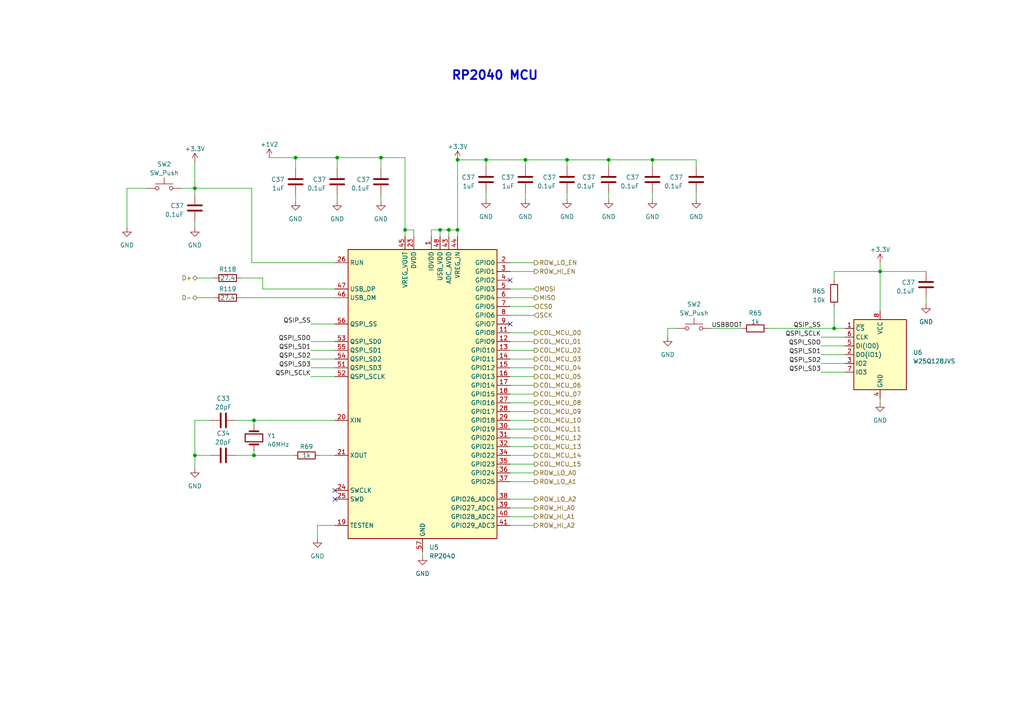
<source format=kicad_sch>
(kicad_sch (version 20230121) (generator eeschema)
  (paper "A4")
  (lib_symbols
    (symbol "Device:C" (pin_numbers hide) (pin_names (offset 0.254))
      (property "Reference" "C" (at 0.635 2.54 0))
      (property "Value" "C" (at 0.635 -2.54 0))
      (symbol "C_0_1"
        (polyline (pts (xy -2.032 -0.762) (xy 2.032 -0.762)) (stroke (width 0.508)))
        (polyline (pts (xy -2.032 0.762) (xy 2.032 0.762)) (stroke (width 0.508)))
      )
      (symbol "C_1_1"
        (pin passive line (at 0 3.81 270) (length 2.794) (name "~") (number "1"))
        (pin passive line (at 0 -3.81 90) (length 2.794) (name "~") (number "2"))
      )
    )
    (symbol "Device:Crystal" (pin_numbers hide) (pin_names (offset 1.016) hide)
      (property "Reference" "Y" (at 0 3.81 0))
      (property "Value" "Crystal" (at 0 -3.81 0))
      (symbol "Crystal_0_1"
        (rectangle (start -1.143 2.54) (end 1.143 -2.54) (stroke (width 0.3048)))
        (polyline (pts (xy -2.54 0) (xy -1.905 0)))
        (polyline (pts (xy -1.905 -1.27) (xy -1.905 1.27)) (stroke (width 0.508)))
        (polyline (pts (xy 1.905 -1.27) (xy 1.905 1.27)) (stroke (width 0.508)))
        (polyline (pts (xy 2.54 0) (xy 1.905 0)))
      )
      (symbol "Crystal_1_1"
        (pin passive line (at -3.81 0 0) (length 1.27) (name "1") (number "1"))
        (pin passive line (at 3.81 0 180) (length 1.27) (name "2") (number "2"))
      )
    )
    (symbol "Device:R" (pin_numbers hide) (pin_names (offset 0))
      (property "Reference" "R" (at 2.032 0 90))
      (property "Value" "R" (at 0 0 90))
      (symbol "R_0_1"
        (rectangle (start -1.016 -2.54) (end 1.016 2.54) (stroke (width 0.254)))
      )
      (symbol "R_1_1"
        (pin passive line (at 0 3.81 270) (length 1.27) (name "~") (number "1"))
        (pin passive line (at 0 -3.81 90) (length 1.27) (name "~") (number "2"))
      )
    )
    (symbol "MCU_RaspberryPi:RP2040"
      (property "Reference" "U" (at 17.78 45.72 0))
      (property "Value" "RP2040" (at 17.78 43.18 0))
      (symbol "RP2040_0_1"
        (rectangle (start -21.59 41.91) (end 21.59 -41.91) (stroke (width 0.254)) (fill (type background)))
      )
      (symbol "RP2040_1_1"
        (pin power_in line (at 2.54 45.72 270) (length 3.81) (name "IOVDD") (number "1"))
        (pin passive line (at 2.54 45.72 270) (length 3.81) hide (name "IOVDD") (number "10"))
        (pin bidirectional line (at 25.4 17.78 180) (length 3.81) (name "GPIO8") (number "11"))
        (pin bidirectional line (at 25.4 15.24 180) (length 3.81) (name "GPIO9") (number "12"))
        (pin bidirectional line (at 25.4 12.7 180) (length 3.81) (name "GPIO10") (number "13"))
        (pin bidirectional line (at 25.4 10.16 180) (length 3.81) (name "GPIO11") (number "14"))
        (pin bidirectional line (at 25.4 7.62 180) (length 3.81) (name "GPIO12") (number "15"))
        (pin bidirectional line (at 25.4 5.08 180) (length 3.81) (name "GPIO13") (number "16"))
        (pin bidirectional line (at 25.4 2.54 180) (length 3.81) (name "GPIO14") (number "17"))
        (pin bidirectional line (at 25.4 0 180) (length 3.81) (name "GPIO15") (number "18"))
        (pin input line (at -25.4 -38.1 0) (length 3.81) (name "TESTEN") (number "19"))
        (pin bidirectional line (at 25.4 38.1 180) (length 3.81) (name "GPIO0") (number "2"))
        (pin input line (at -25.4 -7.62 0) (length 3.81) (name "XIN") (number "20"))
        (pin passive line (at -25.4 -17.78 0) (length 3.81) (name "XOUT") (number "21"))
        (pin passive line (at 2.54 45.72 270) (length 3.81) hide (name "IOVDD") (number "22"))
        (pin power_in line (at -2.54 45.72 270) (length 3.81) (name "DVDD") (number "23"))
        (pin input line (at -25.4 -27.94 0) (length 3.81) (name "SWCLK") (number "24"))
        (pin bidirectional line (at -25.4 -30.48 0) (length 3.81) (name "SWD") (number "25"))
        (pin input line (at -25.4 38.1 0) (length 3.81) (name "RUN") (number "26"))
        (pin bidirectional line (at 25.4 -2.54 180) (length 3.81) (name "GPIO16") (number "27"))
        (pin bidirectional line (at 25.4 -5.08 180) (length 3.81) (name "GPIO17") (number "28"))
        (pin bidirectional line (at 25.4 -7.62 180) (length 3.81) (name "GPIO18") (number "29"))
        (pin bidirectional line (at 25.4 35.56 180) (length 3.81) (name "GPIO1") (number "3"))
        (pin bidirectional line (at 25.4 -10.16 180) (length 3.81) (name "GPIO19") (number "30"))
        (pin bidirectional line (at 25.4 -12.7 180) (length 3.81) (name "GPIO20") (number "31"))
        (pin bidirectional line (at 25.4 -15.24 180) (length 3.81) (name "GPIO21") (number "32"))
        (pin passive line (at 2.54 45.72 270) (length 3.81) hide (name "IOVDD") (number "33"))
        (pin bidirectional line (at 25.4 -17.78 180) (length 3.81) (name "GPIO22") (number "34"))
        (pin bidirectional line (at 25.4 -20.32 180) (length 3.81) (name "GPIO23") (number "35"))
        (pin bidirectional line (at 25.4 -22.86 180) (length 3.81) (name "GPIO24") (number "36"))
        (pin bidirectional line (at 25.4 -25.4 180) (length 3.81) (name "GPIO25") (number "37"))
        (pin bidirectional line (at 25.4 -30.48 180) (length 3.81) (name "GPIO26_ADC0") (number "38"))
        (pin bidirectional line (at 25.4 -33.02 180) (length 3.81) (name "GPIO27_ADC1") (number "39"))
        (pin bidirectional line (at 25.4 33.02 180) (length 3.81) (name "GPIO2") (number "4"))
        (pin bidirectional line (at 25.4 -35.56 180) (length 3.81) (name "GPIO28_ADC2") (number "40"))
        (pin bidirectional line (at 25.4 -38.1 180) (length 3.81) (name "GPIO29_ADC3") (number "41"))
        (pin passive line (at 2.54 45.72 270) (length 3.81) hide (name "IOVDD") (number "42"))
        (pin power_in line (at 7.62 45.72 270) (length 3.81) (name "ADC_AVDD") (number "43"))
        (pin power_in line (at 10.16 45.72 270) (length 3.81) (name "VREG_IN") (number "44"))
        (pin power_out line (at -5.08 45.72 270) (length 3.81) (name "VREG_VOUT") (number "45"))
        (pin bidirectional line (at -25.4 27.94 0) (length 3.81) (name "USB_DM") (number "46"))
        (pin bidirectional line (at -25.4 30.48 0) (length 3.81) (name "USB_DP") (number "47"))
        (pin power_in line (at 5.08 45.72 270) (length 3.81) (name "USB_VDD") (number "48"))
        (pin passive line (at 2.54 45.72 270) (length 3.81) hide (name "IOVDD") (number "49"))
        (pin bidirectional line (at 25.4 30.48 180) (length 3.81) (name "GPIO3") (number "5"))
        (pin passive line (at -2.54 45.72 270) (length 3.81) hide (name "DVDD") (number "50"))
        (pin bidirectional line (at -25.4 7.62 0) (length 3.81) (name "QSPI_SD3") (number "51"))
        (pin output line (at -25.4 5.08 0) (length 3.81) (name "QSPI_SCLK") (number "52"))
        (pin bidirectional line (at -25.4 15.24 0) (length 3.81) (name "QSPI_SD0") (number "53"))
        (pin bidirectional line (at -25.4 10.16 0) (length 3.81) (name "QSPI_SD2") (number "54"))
        (pin bidirectional line (at -25.4 12.7 0) (length 3.81) (name "QSPI_SD1") (number "55"))
        (pin bidirectional line (at -25.4 20.32 0) (length 3.81) (name "QSPI_SS") (number "56"))
        (pin power_in line (at 0 -45.72 90) (length 3.81) (name "GND") (number "57"))
        (pin bidirectional line (at 25.4 27.94 180) (length 3.81) (name "GPIO4") (number "6"))
        (pin bidirectional line (at 25.4 25.4 180) (length 3.81) (name "GPIO5") (number "7"))
        (pin bidirectional line (at 25.4 22.86 180) (length 3.81) (name "GPIO6") (number "8"))
        (pin bidirectional line (at 25.4 20.32 180) (length 3.81) (name "GPIO7") (number "9"))
      )
    )
    (symbol "Memory_Flash:W25Q128JVS"
      (property "Reference" "U" (at -8.89 8.89 0))
      (property "Value" "W25Q128JVS" (at 7.62 8.89 0))
      (symbol "W25Q128JVS_0_1"
        (rectangle (start -7.62 10.16) (end 7.62 -10.16) (stroke (width 0.254)) (fill (type background)))
      )
      (symbol "W25Q128JVS_1_1"
        (pin input line (at -10.16 7.62 0) (length 2.54) (name "~{CS}") (number "1"))
        (pin bidirectional line (at -10.16 0 0) (length 2.54) (name "DO(IO1)") (number "2"))
        (pin bidirectional line (at -10.16 -2.54 0) (length 2.54) (name "IO2") (number "3"))
        (pin power_in line (at 0 -12.7 90) (length 2.54) (name "GND") (number "4"))
        (pin bidirectional line (at -10.16 2.54 0) (length 2.54) (name "DI(IO0)") (number "5"))
        (pin input line (at -10.16 5.08 0) (length 2.54) (name "CLK") (number "6"))
        (pin bidirectional line (at -10.16 -5.08 0) (length 2.54) (name "IO3") (number "7"))
        (pin power_in line (at 0 12.7 270) (length 2.54) (name "VCC") (number "8"))
      )
    )
    (symbol "Switch:SW_Push" (pin_numbers hide) (pin_names (offset 1.016) hide)
      (property "Reference" "SW" (at 1.27 2.54 0))
      (property "Value" "SW_Push" (at 0 -1.524 0))
      (symbol "SW_Push_0_1"
        (circle (center -2.032 0) (radius 0.508))
        (polyline (pts (xy 0 1.27) (xy 0 3.048)))
        (polyline (pts (xy 2.54 1.27) (xy -2.54 1.27)))
        (circle (center 2.032 0) (radius 0.508))
        (pin passive line (at -5.08 0 0) (length 2.54) (name "1") (number "1"))
        (pin passive line (at 5.08 0 180) (length 2.54) (name "2") (number "2"))
      )
    )
    (symbol "power:+1V2" (power) (pin_names (offset 0))
      (property "Value" "+1V2" (at 0 3.556 0))
      (symbol "+1V2_0_1"
        (polyline (pts (xy -0.762 1.27) (xy 0 2.54)))
        (polyline (pts (xy 0 0) (xy 0 2.54)))
        (polyline (pts (xy 0 2.54) (xy 0.762 1.27)))
      )
      (symbol "+1V2_1_1"
        (pin power_in line (at 0 0 90) (length 0) hide (name "+1V2") (number "1"))
      )
    )
    (symbol "power:+3.3V" (power) (pin_names (offset 0))
      (property "Value" "+3.3V" (at 0 3.556 0))
      (symbol "+3.3V_0_1"
        (polyline (pts (xy -0.762 1.27) (xy 0 2.54)))
        (polyline (pts (xy 0 0) (xy 0 2.54)))
        (polyline (pts (xy 0 2.54) (xy 0.762 1.27)))
      )
      (symbol "+3.3V_1_1"
        (pin power_in line (at 0 0 90) (length 0) hide (name "+3.3V") (number "1"))
      )
    )
    (symbol "power:GND" (power) (pin_names (offset 0))
      (property "Value" "GND" (at 0 -3.81 0))
      (symbol "GND_0_1"
        (polyline (pts (xy 0 0) (xy 0 -1.27) (xy 1.27 -1.27) (xy 0 -2.54) (xy -1.27 -1.27) (xy 0 -1.27)))
      )
      (symbol "GND_1_1"
        (pin power_in line (at 0 0 270) (length 0) hide (name "GND") (number "1"))
      )
    )
  )
  (junction (at 110.49 45.72))
  (junction (at 132.715 46.355))
  (junction (at 140.97 46.355))
  (junction (at 152.4 46.355))
  (junction (at 255.27 78.74))
  (junction (at 73.66 132.08))
  (junction (at 164.465 46.355))
  (junction (at 85.725 45.72))
  (junction (at 56.515 132.08))
  (junction (at 189.23 46.355))
  (junction (at 73.66 121.92))
  (junction (at 132.715 66.675))
  (junction (at 97.79 45.72))
  (junction (at 176.53 46.355))
  (junction (at 241.935 95.25))
  (junction (at 56.515 54.61))
  (junction (at 130.175 66.675))
  (junction (at 117.475 66.675))
  (junction (at 127.635 66.675))
  (no_connect (at 97.155 144.78))
  (no_connect (at 147.955 81.28))
  (no_connect (at 147.955 93.98))
  (no_connect (at 97.155 142.24))
  (wire (pts (xy 140.97 46.355) (xy 152.4 46.355)))
  (wire (pts (xy 164.465 46.355) (xy 164.465 48.26)))
  (wire (pts (xy 73.66 132.08) (xy 73.66 130.81)))
  (wire (pts (xy 132.715 66.675) (xy 130.175 66.675)))
  (wire (pts (xy 147.955 91.44) (xy 154.94 91.44)))
  (wire (pts (xy 92.075 152.4) (xy 92.075 156.21)))
  (wire (pts (xy 189.23 46.355) (xy 189.23 48.26)))
  (wire (pts (xy 255.27 78.74) (xy 255.27 90.17)))
  (wire (pts (xy 147.955 86.36) (xy 154.94 86.36)))
  (wire (pts (xy 201.93 55.88) (xy 201.93 57.785)))
  (wire (pts (xy 176.53 46.355) (xy 176.53 48.26)))
  (wire (pts (xy 56.515 46.99) (xy 56.515 54.61)))
  (wire (pts (xy 56.515 121.92) (xy 56.515 132.08)))
  (wire (pts (xy 238.125 102.87) (xy 245.11 102.87)))
  (wire (pts (xy 147.955 109.22) (xy 154.94 109.22)))
  (wire (pts (xy 97.79 56.515) (xy 97.79 58.42)))
  (wire (pts (xy 147.955 83.82) (xy 154.94 83.82)))
  (wire (pts (xy 76.2 83.82) (xy 97.155 83.82)))
  (wire (pts (xy 147.955 134.62) (xy 154.94 134.62)))
  (wire (pts (xy 90.17 109.22) (xy 97.155 109.22)))
  (wire (pts (xy 132.715 46.355) (xy 132.715 66.675)))
  (wire (pts (xy 255.27 76.2) (xy 255.27 78.74)))
  (wire (pts (xy 164.465 55.88) (xy 164.465 57.785)))
  (wire (pts (xy 56.515 54.61) (xy 73.025 54.61)))
  (wire (pts (xy 68.58 121.92) (xy 73.66 121.92)))
  (wire (pts (xy 52.705 54.61) (xy 56.515 54.61)))
  (wire (pts (xy 56.515 54.61) (xy 56.515 56.515)))
  (wire (pts (xy 241.935 88.9) (xy 241.935 95.25)))
  (wire (pts (xy 110.49 48.895) (xy 110.49 45.72)))
  (wire (pts (xy 122.555 160.02) (xy 122.555 161.29)))
  (wire (pts (xy 56.515 132.08) (xy 56.515 135.89)))
  (wire (pts (xy 120.015 66.675) (xy 117.475 66.675)))
  (wire (pts (xy 56.515 64.135) (xy 56.515 66.04)))
  (wire (pts (xy 147.955 111.76) (xy 154.94 111.76)))
  (wire (pts (xy 76.2 80.645) (xy 69.85 80.645)))
  (wire (pts (xy 132.715 46.355) (xy 140.97 46.355)))
  (wire (pts (xy 268.605 86.36) (xy 268.605 88.265)))
  (wire (pts (xy 85.725 45.72) (xy 85.725 48.895)))
  (wire (pts (xy 255.27 115.57) (xy 255.27 116.84)))
  (wire (pts (xy 90.17 99.06) (xy 97.155 99.06)))
  (wire (pts (xy 147.955 152.4) (xy 154.94 152.4)))
  (wire (pts (xy 147.955 139.7) (xy 154.94 139.7)))
  (wire (pts (xy 189.23 46.355) (xy 201.93 46.355)))
  (wire (pts (xy 241.935 95.25) (xy 245.11 95.25)))
  (wire (pts (xy 85.725 56.515) (xy 85.725 58.42)))
  (wire (pts (xy 90.17 106.68) (xy 97.155 106.68)))
  (wire (pts (xy 176.53 46.355) (xy 189.23 46.355)))
  (wire (pts (xy 147.955 144.78) (xy 154.94 144.78)))
  (wire (pts (xy 152.4 46.355) (xy 164.465 46.355)))
  (wire (pts (xy 85.09 132.08) (xy 73.66 132.08)))
  (wire (pts (xy 125.095 68.58) (xy 125.095 66.675)))
  (wire (pts (xy 147.955 99.06) (xy 154.94 99.06)))
  (wire (pts (xy 147.955 114.3) (xy 154.94 114.3)))
  (wire (pts (xy 147.955 78.74) (xy 154.94 78.74)))
  (wire (pts (xy 147.955 101.6) (xy 154.94 101.6)))
  (wire (pts (xy 68.58 132.08) (xy 73.66 132.08)))
  (wire (pts (xy 147.955 119.38) (xy 154.94 119.38)))
  (wire (pts (xy 147.955 129.54) (xy 154.94 129.54)))
  (wire (pts (xy 76.2 80.645) (xy 76.2 83.82)))
  (wire (pts (xy 147.955 137.16) (xy 154.94 137.16)))
  (wire (pts (xy 78.105 45.72) (xy 85.725 45.72)))
  (wire (pts (xy 57.15 80.645) (xy 62.23 80.645)))
  (wire (pts (xy 97.155 152.4) (xy 92.075 152.4)))
  (wire (pts (xy 147.955 149.86) (xy 154.94 149.86)))
  (wire (pts (xy 196.215 95.25) (xy 193.675 95.25)))
  (wire (pts (xy 238.125 100.33) (xy 245.11 100.33)))
  (wire (pts (xy 97.79 45.72) (xy 110.49 45.72)))
  (wire (pts (xy 152.4 55.88) (xy 152.4 57.785)))
  (wire (pts (xy 140.97 46.355) (xy 140.97 48.26)))
  (wire (pts (xy 90.17 101.6) (xy 97.155 101.6)))
  (wire (pts (xy 97.79 45.72) (xy 97.79 48.895)))
  (wire (pts (xy 73.66 123.19) (xy 73.66 121.92)))
  (wire (pts (xy 147.955 76.2) (xy 154.94 76.2)))
  (wire (pts (xy 238.125 105.41) (xy 245.11 105.41)))
  (wire (pts (xy 56.515 132.08) (xy 60.96 132.08)))
  (wire (pts (xy 147.955 116.84) (xy 154.94 116.84)))
  (wire (pts (xy 147.955 127) (xy 154.94 127)))
  (wire (pts (xy 193.675 95.25) (xy 193.675 97.79)))
  (wire (pts (xy 241.935 81.28) (xy 241.935 78.74)))
  (wire (pts (xy 73.025 76.2) (xy 97.155 76.2)))
  (wire (pts (xy 189.23 55.88) (xy 189.23 57.785)))
  (wire (pts (xy 140.97 55.88) (xy 140.97 57.785)))
  (wire (pts (xy 57.15 86.36) (xy 62.23 86.36)))
  (wire (pts (xy 147.955 88.9) (xy 154.94 88.9)))
  (wire (pts (xy 92.71 132.08) (xy 97.155 132.08)))
  (wire (pts (xy 206.375 95.25) (xy 215.265 95.25)))
  (wire (pts (xy 164.465 46.355) (xy 176.53 46.355)))
  (wire (pts (xy 238.125 107.95) (xy 245.11 107.95)))
  (wire (pts (xy 222.885 95.25) (xy 241.935 95.25)))
  (wire (pts (xy 130.175 66.675) (xy 130.175 68.58)))
  (wire (pts (xy 36.83 54.61) (xy 36.83 66.04)))
  (wire (pts (xy 176.53 55.88) (xy 176.53 57.785)))
  (wire (pts (xy 147.955 121.92) (xy 154.94 121.92)))
  (wire (pts (xy 130.175 66.675) (xy 127.635 66.675)))
  (wire (pts (xy 90.17 104.14) (xy 97.155 104.14)))
  (wire (pts (xy 117.475 66.675) (xy 117.475 68.58)))
  (wire (pts (xy 147.955 124.46) (xy 154.94 124.46)))
  (wire (pts (xy 120.015 68.58) (xy 120.015 66.675)))
  (wire (pts (xy 117.475 45.72) (xy 117.475 66.675)))
  (wire (pts (xy 147.955 147.32) (xy 154.94 147.32)))
  (wire (pts (xy 85.725 45.72) (xy 97.79 45.72)))
  (wire (pts (xy 73.66 121.92) (xy 97.155 121.92)))
  (wire (pts (xy 110.49 45.72) (xy 117.475 45.72)))
  (wire (pts (xy 127.635 66.675) (xy 127.635 68.58)))
  (wire (pts (xy 73.025 54.61) (xy 73.025 76.2)))
  (wire (pts (xy 125.095 66.675) (xy 127.635 66.675)))
  (wire (pts (xy 238.125 97.79) (xy 245.11 97.79)))
  (wire (pts (xy 132.715 68.58) (xy 132.715 66.675)))
  (wire (pts (xy 110.49 56.515) (xy 110.49 58.42)))
  (wire (pts (xy 147.955 96.52) (xy 154.94 96.52)))
  (wire (pts (xy 42.545 54.61) (xy 36.83 54.61)))
  (wire (pts (xy 90.17 93.98) (xy 97.155 93.98)))
  (wire (pts (xy 152.4 46.355) (xy 152.4 48.26)))
  (wire (pts (xy 241.935 78.74) (xy 255.27 78.74)))
  (wire (pts (xy 147.955 132.08) (xy 154.94 132.08)))
  (wire (pts (xy 69.85 86.36) (xy 97.155 86.36)))
  (wire (pts (xy 255.27 78.74) (xy 268.605 78.74)))
  (wire (pts (xy 201.93 46.355) (xy 201.93 48.26)))
  (wire (pts (xy 60.96 121.92) (xy 56.515 121.92)))
  (wire (pts (xy 147.955 106.68) (xy 154.94 106.68)))
  (wire (pts (xy 147.955 104.14) (xy 154.94 104.14)))
  (text "RP2040 MCU" (at 130.81 23.495 0) (effects (font (size 2.54 2.54) (thickness 0.508) bold) (justify left bottom)))
  (label "QSPI_SD2" (at 90.17 104.14 180))
  (label "QSPI_SD1" (at 90.17 101.6 180))
  (label "QSPI_SD1" (at 238.125 102.87 180))
  (label "QSPI_SD3" (at 238.125 107.95 180))
  (label "QSPI_SD2" (at 238.125 105.41 180))
  (label "QSPI_SCLK" (at 90.17 109.22 180))
  (label "QSPI_SDO" (at 238.125 100.33 180))
  (label "QSIP_SS" (at 90.17 93.98 180))
  (label "QSPI_SCLK" (at 238.125 97.79 180))
  (label "QSPI_SD3" (at 90.17 106.68 180))
  (label "USBBOOT" (at 206.375 95.25 0))
  (label "QSPI_SDO" (at 90.17 99.06 180))
  (label "QSIP_SS" (at 238.125 95.25 180))
  (hierarchical_label "COL_MCU_05" (shape output) (at 154.94 109.22 0))
  (hierarchical_label "ROW_LO_EN" (shape output) (at 154.94 76.2 0))
  (hierarchical_label "CS0" (shape input) (at 154.94 88.9 0))
  (hierarchical_label "MOSI" (shape input) (at 154.94 83.82 0))
  (hierarchical_label "COL_MCU_01" (shape output) (at 154.94 99.06 0))
  (hierarchical_label "COL_MCU_07" (shape output) (at 154.94 114.3 0))
  (hierarchical_label "COL_MCU_04" (shape output) (at 154.94 106.68 0))
  (hierarchical_label "MISO" (shape output) (at 154.94 86.36 0))
  (hierarchical_label "COL_MCU_12" (shape output) (at 154.94 127 0))
  (hierarchical_label "ROW_LO_A2" (shape output) (at 154.94 144.78 0))
  (hierarchical_label "COL_MCU_11" (shape output) (at 154.94 124.46 0))
  (hierarchical_label "ROW_LO_A1" (shape output) (at 154.94 139.7 0))
  (hierarchical_label "COL_MCU_15" (shape output) (at 154.94 134.62 0))
  (hierarchical_label "SCK" (shape input) (at 154.94 91.44 0))
  (hierarchical_label "ROW_HI_EN" (shape output) (at 154.94 78.74 0))
  (hierarchical_label "COL_MCU_13" (shape output) (at 154.94 129.54 0))
  (hierarchical_label "COL_MCU_09" (shape output) (at 154.94 119.38 0))
  (hierarchical_label "COL_MCU_00" (shape output) (at 154.94 96.52 0))
  (hierarchical_label "COL_MCU_10" (shape output) (at 154.94 121.92 0))
  (hierarchical_label "COL_MCU_03" (shape output) (at 154.94 104.14 0))
  (hierarchical_label "COL_MCU_06" (shape output) (at 154.94 111.76 0))
  (hierarchical_label "ROW_HI_A0" (shape output) (at 154.94 147.32 0))
  (hierarchical_label "COL_MCU_08" (shape output) (at 154.94 116.84 0))
  (hierarchical_label "ROW_HI_A2" (shape output) (at 154.94 152.4 0))
  (hierarchical_label "D-" (shape bidirectional) (at 57.15 86.36 180))
  (hierarchical_label "COL_MCU_02" (shape output) (at 154.94 101.6 0))
  (hierarchical_label "ROW_HI_A1" (shape output) (at 154.94 149.86 0))
  (hierarchical_label "D+" (shape bidirectional) (at 57.15 80.645 180))
  (hierarchical_label "COL_MCU_14" (shape output) (at 154.94 132.08 0))
  (hierarchical_label "ROW_LO_A0" (shape output) (at 154.94 137.16 0))
  (symbol (lib_id "power:GND") (at 56.515 135.89 0) (unit 1)
    (property "Reference" "#PWR050" (effects hide))
    (property "Value" "GND" (at 56.515 140.97 0))
    (instances (project "panel" (path "" (reference "#PWR050") (unit 1)) (path "" (reference "#PWR0108") (unit 1))))
  )
  (symbol (lib_id "Device:C") (at 189.23 52.07 0) (mirror x) (unit 1)
    (property "Reference" "C37" (at 185.42 51.435 0) (effects (justify right)))
    (property "Value" "0.1uF" (at 185.42 53.975 0) (effects (justify right)))
    (property "Footprint" "panel_custom:C_0201_0603Metric" (effects hide))
    (instances (project "panel" (path "" (reference "C37") (unit 1)) (path "" (reference "C12") (unit 1))))
  )
  (symbol (lib_id "Device:C") (at 110.49 52.705 0) (mirror x) (unit 1)
    (property "Reference" "C37" (at 107.315 52.07 0) (effects (justify right)))
    (property "Value" "0.1uF" (at 107.315 54.61 0) (effects (justify right)))
    (property "Footprint" "panel_custom:C_0201_0603Metric" (effects hide))
    (instances (project "panel" (path "" (reference "C37") (unit 1)) (path "" (reference "C7") (unit 1))))
  )
  (symbol (lib_id "Switch:SW_Push") (at 201.295 95.25 0) (mirror y) (unit 1)
    (property "Reference" "SW2" (at 201.295 88.265 0))
    (property "Value" "SW_Push" (at 201.295 90.805 0))
    (instances (project "panel" (path "" (reference "SW2") (unit 1)) (path "" (reference "SW4") (unit 1))))
  )
  (symbol (lib_id "power:GND") (at 268.605 88.265 0) (mirror y) (unit 1)
    (property "Reference" "#PWR054" (effects hide))
    (property "Value" "GND" (at 268.605 93.345 0))
    (instances (project "panel" (path "" (reference "#PWR054") (unit 1)) (path "" (reference "#PWR0117") (unit 1))))
  )
  (symbol (lib_id "Device:Crystal") (at 73.66 127 90) (unit 1)
    (property "Reference" "Y1" (at 77.47 126.365 90) (effects (justify right)))
    (property "Value" "40MHz" (at 77.47 128.905 90) (effects (justify right)))
    (instances (project "panel" (path "" (reference "Y1") (unit 1)) (path "" (reference "Y2") (unit 1))))
  )
  (symbol (lib_id "power:GND") (at 36.83 66.04 0) (unit 1)
    (property "Reference" "#PWR073" (effects hide))
    (property "Value" "GND" (at 36.83 71.12 0))
    (instances (project "panel" (path "" (reference "#PWR073") (unit 1)) (path "" (reference "#PWR0110") (unit 1))))
  )
  (symbol (lib_id "power:+3.3V") (at 56.515 46.99 0) (mirror y) (unit 1)
    (property "Reference" "#PWR071" (effects hide))
    (property "Value" "+3.3V" (at 56.515 43.18 0))
    (instances (project "panel" (path "" (reference "#PWR071") (unit 1)) (path "" (reference "#PWR0111") (unit 1))))
  )
  (symbol (lib_id "power:GND") (at 255.27 116.84 0) (mirror y) (unit 1)
    (property "Reference" "#PWR054" (effects hide))
    (property "Value" "GND" (at 255.27 121.92 0))
    (instances (project "panel" (path "" (reference "#PWR054") (unit 1)) (path "" (reference "#PWR0115") (unit 1))))
  )
  (symbol (lib_id "power:GND") (at 110.49 58.42 0) (unit 1)
    (property "Reference" "#PWR073" (effects hide))
    (property "Value" "GND" (at 110.49 63.5 0))
    (instances (project "panel" (path "" (reference "#PWR073") (unit 1)) (path "" (reference "#PWR0121") (unit 1))))
  )
  (symbol (lib_id "Device:C") (at 176.53 52.07 0) (mirror x) (unit 1)
    (property "Reference" "C37" (at 172.72 51.435 0) (effects (justify right)))
    (property "Value" "0.1uF" (at 172.72 53.975 0) (effects (justify right)))
    (property "Footprint" "panel_custom:C_0201_0603Metric" (effects hide))
    (instances (project "panel" (path "" (reference "C37") (unit 1)) (path "" (reference "C11") (unit 1))))
  )
  (symbol (lib_id "Device:C") (at 140.97 52.07 0) (mirror x) (unit 1)
    (property "Reference" "C37" (at 137.795 51.435 0) (effects (justify right)))
    (property "Value" "1uF" (at 137.795 53.975 0) (effects (justify right)))
    (property "Footprint" "panel_custom:C_0201_0603Metric" (effects hide))
    (instances (project "panel" (path "" (reference "C37") (unit 1)) (path "" (reference "C8") (unit 1))))
  )
  (symbol (lib_id "Device:R") (at 66.04 86.36 90) (unit 1)
    (property "Reference" "R119" (at 66.04 83.82 90))
    (property "Value" "27.4" (at 66.04 86.36 90))
  )
  (symbol (lib_id "power:GND") (at 85.725 58.42 0) (unit 1)
    (property "Reference" "#PWR073" (effects hide))
    (property "Value" "GND" (at 85.725 63.5 0))
    (instances (project "panel" (path "" (reference "#PWR073") (unit 1)) (path "" (reference "#PWR0119") (unit 1))))
  )
  (symbol (lib_id "Switch:SW_Push") (at 47.625 54.61 0) (mirror y) (unit 1)
    (property "Reference" "SW2" (at 47.625 47.625 0))
    (property "Value" "SW_Push" (at 47.625 50.165 0))
    (instances (project "panel" (path "" (reference "SW2") (unit 1)) (path "" (reference "SW3") (unit 1))))
  )
  (symbol (lib_id "power:GND") (at 140.97 57.785 0) (unit 1)
    (property "Reference" "#PWR073" (effects hide))
    (property "Value" "GND" (at 140.97 62.865 0))
    (instances (project "panel" (path "" (reference "#PWR073") (unit 1)) (path "" (reference "#PWR0122") (unit 1))))
  )
  (symbol (lib_id "power:GND") (at 164.465 57.785 0) (unit 1)
    (property "Reference" "#PWR073" (effects hide))
    (property "Value" "GND" (at 164.465 62.865 0))
    (instances (project "panel" (path "" (reference "#PWR073") (unit 1)) (path "" (reference "#PWR0124") (unit 1))))
  )
  (symbol (lib_id "power:+3.3V") (at 255.27 76.2 0) (mirror y) (unit 1)
    (property "Reference" "#PWR071" (effects hide))
    (property "Value" "+3.3V" (at 255.27 72.39 0))
    (instances (project "panel" (path "" (reference "#PWR071") (unit 1)) (path "" (reference "#PWR0116") (unit 1))))
  )
  (symbol (lib_id "Device:R") (at 88.9 132.08 90) (mirror x) (unit 1)
    (property "Reference" "R69" (at 88.9 129.54 90))
    (property "Value" "1k" (at 88.9 132.08 90))
    (instances (project "panel" (path "" (reference "R69") (unit 1)) (path "" (reference "R120") (unit 1))))
  )
  (symbol (lib_id "Device:C") (at 85.725 52.705 0) (mirror x) (unit 1)
    (property "Reference" "C37" (at 82.55 52.07 0) (effects (justify right)))
    (property "Value" "1uF" (at 82.55 54.61 0) (effects (justify right)))
    (property "Footprint" "panel_custom:C_0201_0603Metric" (effects hide))
    (instances (project "panel" (path "" (reference "C37") (unit 1)) (path "" (reference "C5") (unit 1))))
  )
  (symbol (lib_id "Device:R") (at 219.075 95.25 90) (mirror x) (unit 1)
    (property "Reference" "R65" (at 219.075 90.805 90))
    (property "Value" "1k" (at 219.075 93.345 90))
    (instances (project "panel" (path "" (reference "R65") (unit 1)) (path "" (reference "R122") (unit 1))))
  )
  (symbol (lib_id "power:GND") (at 193.675 97.79 0) (mirror y) (unit 1)
    (property "Reference" "#PWR054" (effects hide))
    (property "Value" "GND" (at 193.675 102.87 0))
    (instances (project "panel" (path "" (reference "#PWR054") (unit 1)) (path "" (reference "#PWR0118") (unit 1))))
  )
  (symbol (lib_id "power:GND") (at 176.53 57.785 0) (unit 1)
    (property "Reference" "#PWR073" (effects hide))
    (property "Value" "GND" (at 176.53 62.865 0))
    (instances (project "panel" (path "" (reference "#PWR073") (unit 1)) (path "" (reference "#PWR0125") (unit 1))))
  )
  (symbol (lib_id "power:+3.3V") (at 132.715 46.355 0) (mirror y) (unit 1)
    (property "Reference" "#PWR071" (effects hide))
    (property "Value" "+3.3V" (at 132.715 42.545 0))
    (instances (project "panel" (path "" (reference "#PWR071") (unit 1)) (path "" (reference "#PWR0113") (unit 1))))
  )
  (symbol (lib_id "power:GND") (at 201.93 57.785 0) (unit 1)
    (property "Reference" "#PWR073" (effects hide))
    (property "Value" "GND" (at 201.93 62.865 0))
    (instances (project "panel" (path "" (reference "#PWR073") (unit 1)) (path "" (reference "#PWR0127") (unit 1))))
  )
  (symbol (lib_id "power:GND") (at 56.515 66.04 0) (unit 1)
    (property "Reference" "#PWR073" (effects hide))
    (property "Value" "GND" (at 56.515 71.12 0))
    (instances (project "panel" (path "" (reference "#PWR073") (unit 1)) (path "" (reference "#PWR0112") (unit 1))))
  )
  (symbol (lib_id "Device:C") (at 152.4 52.07 0) (mirror x) (unit 1)
    (property "Reference" "C37" (at 149.225 51.435 0) (effects (justify right)))
    (property "Value" "1uF" (at 149.225 53.975 0) (effects (justify right)))
    (property "Footprint" "panel_custom:C_0201_0603Metric" (effects hide))
    (instances (project "panel" (path "" (reference "C37") (unit 1)) (path "" (reference "C9") (unit 1))))
  )
  (symbol (lib_id "Device:R") (at 241.935 85.09 0) (mirror y) (unit 1)
    (property "Reference" "R65" (at 239.395 84.455 0) (effects (justify left)))
    (property "Value" "10k" (at 239.395 86.995 0) (effects (justify left)))
    (instances (project "panel" (path "" (reference "R65") (unit 1)) (path "" (reference "R121") (unit 1))))
  )
  (symbol (lib_id "power:GND") (at 152.4 57.785 0) (unit 1)
    (property "Reference" "#PWR073" (effects hide))
    (property "Value" "GND" (at 152.4 62.865 0))
    (instances (project "panel" (path "" (reference "#PWR073") (unit 1)) (path "" (reference "#PWR0123") (unit 1))))
  )
  (symbol (lib_id "power:GND") (at 92.075 156.21 0) (mirror y) (unit 1)
    (property "Reference" "#PWR054" (effects hide))
    (property "Value" "GND" (at 92.075 161.29 0))
    (instances (project "panel" (path "" (reference "#PWR054") (unit 1)) (path "" (reference "#PWR0109") (unit 1))))
  )
  (symbol (lib_id "power:GND") (at 189.23 57.785 0) (unit 1)
    (property "Reference" "#PWR073" (effects hide))
    (property "Value" "GND" (at 189.23 62.865 0))
    (instances (project "panel" (path "" (reference "#PWR073") (unit 1)) (path "" (reference "#PWR0126") (unit 1))))
  )
  (symbol (lib_id "Device:C") (at 97.79 52.705 0) (mirror x) (unit 1)
    (property "Reference" "C37" (at 94.615 52.07 0) (effects (justify right)))
    (property "Value" "0.1uF" (at 94.615 54.61 0) (effects (justify right)))
    (property "Footprint" "panel_custom:C_0201_0603Metric" (effects hide))
    (instances (project "panel" (path "" (reference "C37") (unit 1)) (path "" (reference "C6") (unit 1))))
  )
  (symbol (lib_id "power:GND") (at 122.555 161.29 0) (mirror y) (unit 1)
    (property "Reference" "#PWR054" (effects hide))
    (property "Value" "GND" (at 122.555 166.37 0))
    (instances (project "panel" (path "" (reference "#PWR054") (unit 1)) (path "" (reference "#PWR0107") (unit 1))))
  )
  (symbol (lib_id "MCU_RaspberryPi:RP2040") (at 122.555 114.3 0) (unit 1)
    (property "Reference" "U5" (at 124.5109 158.75 0) (effects (justify left)))
    (property "Value" "RP2040" (at 124.5109 161.29 0) (effects (justify left)))
    (property "Footprint" "Package_DFN_QFN:QFN-56-1EP_7x7mm_P0.4mm_EP3.2x3.2mm" (effects hide))
    (property "Datasheet" "https://datasheets.raspberrypi.com/rp2040/rp2040-datasheet.pdf" (effects hide))
  )
  (symbol (lib_id "Device:C") (at 201.93 52.07 0) (mirror x) (unit 1)
    (property "Reference" "C37" (at 198.12 51.435 0) (effects (justify right)))
    (property "Value" "0.1uF" (at 198.12 53.975 0) (effects (justify right)))
    (property "Footprint" "panel_custom:C_0201_0603Metric" (effects hide))
    (instances (project "panel" (path "" (reference "C37") (unit 1)) (path "" (reference "C13") (unit 1))))
  )
  (symbol (lib_id "power:+1V2") (at 78.105 45.72 0) (unit 1)
    (property "Reference" "#PWR0114" (effects hide))
    (property "Value" "+1V2" (at 78.105 41.91 0))
  )
  (symbol (lib_id "Device:C") (at 164.465 52.07 0) (mirror x) (unit 1)
    (property "Reference" "C37" (at 161.29 51.435 0) (effects (justify right)))
    (property "Value" "0.1uF" (at 161.29 53.975 0) (effects (justify right)))
    (property "Footprint" "panel_custom:C_0201_0603Metric" (effects hide))
    (instances (project "panel" (path "" (reference "C37") (unit 1)) (path "" (reference "C10") (unit 1))))
  )
  (symbol (lib_id "Device:C") (at 64.77 121.92 270) (unit 1)
    (property "Reference" "C33" (at 64.77 115.57 90))
    (property "Value" "20pF" (at 64.77 118.11 90))
    (property "Footprint" "panel_custom:C_0201_0603Metric" (effects hide))
    (instances (project "panel" (path "" (reference "C33") (unit 1)) (path "" (reference "C1") (unit 1))))
  )
  (symbol (lib_id "Device:R") (at 66.04 80.645 90) (unit 1)
    (property "Reference" "R118" (at 66.04 78.105 90))
    (property "Value" "27.4" (at 66.04 80.645 90))
  )
  (symbol (lib_id "Device:C") (at 64.77 132.08 270) (unit 1)
    (property "Reference" "C34" (at 64.77 125.73 90))
    (property "Value" "20pF" (at 64.77 128.27 90))
    (property "Footprint" "panel_custom:C_0201_0603Metric" (effects hide))
    (instances (project "panel" (path "" (reference "C34") (unit 1)) (path "" (reference "C2") (unit 1))))
  )
  (symbol (lib_id "Device:C") (at 268.605 82.55 0) (mirror x) (unit 1)
    (property "Reference" "C37" (at 265.43 81.915 0) (effects (justify right)))
    (property "Value" "0.1uF" (at 265.43 84.455 0) (effects (justify right)))
    (property "Footprint" "panel_custom:C_0201_0603Metric" (effects hide))
    (instances (project "panel" (path "" (reference "C37") (unit 1)) (path "" (reference "C4") (unit 1))))
  )
  (symbol (lib_id "Device:C") (at 56.515 60.325 0) (mirror x) (unit 1)
    (property "Reference" "C37" (at 53.34 59.69 0) (effects (justify right)))
    (property "Value" "0.1uF" (at 53.34 62.23 0) (effects (justify right)))
    (property "Footprint" "panel_custom:C_0201_0603Metric" (effects hide))
    (instances (project "panel" (path "" (reference "C37") (unit 1)) (path "" (reference "C3") (unit 1))))
  )
  (symbol (lib_id "Memory_Flash:W25Q128JVS") (at 255.27 102.87 0) (unit 1)
    (property "Reference" "U6" (at 264.795 102.235 0) (effects (justify left)))
    (property "Value" "W25Q128JVS" (at 264.795 104.775 0) (effects (justify left)))
    (property "Footprint" "Package_SO:SOIC-8_5.23x5.23mm_P1.27mm" (effects hide))
    (property "Datasheet" "http://www.winbond.com/resource-files/w25q128jv_dtr%20revc%2003272018%20plus.pdf" (effects hide))
  )
  (symbol (lib_id "power:GND") (at 97.79 58.42 0) (unit 1)
    (property "Reference" "#PWR073" (effects hide))
    (property "Value" "GND" (at 97.79 63.5 0))
    (instances (project "panel" (path "" (reference "#PWR073") (unit 1)) (path "" (reference "#PWR0120") (unit 1))))
  )
)
</source>
